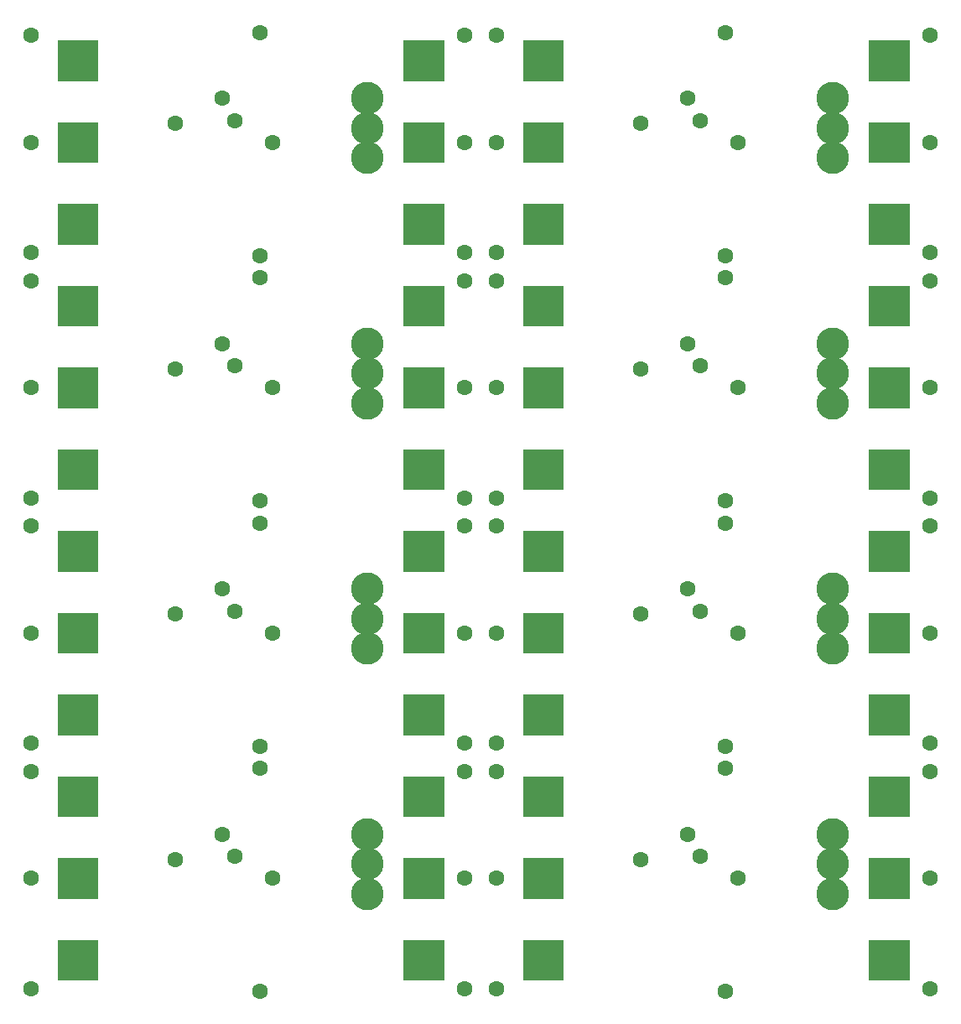
<source format=gbr>
%FSLAX34Y34*%
%MOMM*%
%LNSOLDERMASK_BOTTOM*%
G71*
G01*
%ADD10C, 3.30*%
%ADD11C, 1.60*%
%LPD*%
G36*
X39850Y807875D02*
X80850Y807875D01*
X80850Y766875D01*
X39850Y766875D01*
X39850Y807875D01*
G37*
G36*
X39850Y972975D02*
X80850Y972975D01*
X80850Y931975D01*
X39850Y931975D01*
X39850Y972975D01*
G37*
G36*
X39850Y890425D02*
X80850Y890425D01*
X80850Y849425D01*
X39850Y849425D01*
X39850Y890425D01*
G37*
G36*
X389100Y807875D02*
X430100Y807875D01*
X430100Y766875D01*
X389100Y766875D01*
X389100Y807875D01*
G37*
G36*
X389100Y890425D02*
X430100Y890425D01*
X430100Y849425D01*
X389100Y849425D01*
X389100Y890425D01*
G37*
G36*
X389100Y972975D02*
X430100Y972975D01*
X430100Y931975D01*
X389100Y931975D01*
X389100Y972975D01*
G37*
X352450Y914375D02*
G54D10*
D03*
X352450Y884375D02*
G54D10*
D03*
X352450Y854375D02*
G54D10*
D03*
X206400Y914375D02*
G54D11*
D03*
X158775Y888975D02*
G54D11*
D03*
X12725Y977875D02*
G54D11*
D03*
X12725Y758800D02*
G54D11*
D03*
X12725Y869925D02*
G54D11*
D03*
X450875Y869925D02*
G54D11*
D03*
X450875Y977875D02*
G54D11*
D03*
X450875Y758800D02*
G54D11*
D03*
X219100Y892150D02*
G54D11*
D03*
X257200Y869925D02*
G54D11*
D03*
X244500Y981050D02*
G54D11*
D03*
X244500Y755625D02*
G54D11*
D03*
G36*
X39850Y560225D02*
X80850Y560225D01*
X80850Y519225D01*
X39850Y519225D01*
X39850Y560225D01*
G37*
G36*
X39850Y725325D02*
X80850Y725325D01*
X80850Y684325D01*
X39850Y684325D01*
X39850Y725325D01*
G37*
G36*
X39850Y642775D02*
X80850Y642775D01*
X80850Y601775D01*
X39850Y601775D01*
X39850Y642775D01*
G37*
G36*
X389100Y560225D02*
X430100Y560225D01*
X430100Y519225D01*
X389100Y519225D01*
X389100Y560225D01*
G37*
G36*
X389100Y642775D02*
X430100Y642775D01*
X430100Y601775D01*
X389100Y601775D01*
X389100Y642775D01*
G37*
G36*
X389100Y725325D02*
X430100Y725325D01*
X430100Y684325D01*
X389100Y684325D01*
X389100Y725325D01*
G37*
X352450Y666725D02*
G54D10*
D03*
X352450Y636725D02*
G54D10*
D03*
X352450Y606725D02*
G54D10*
D03*
X206400Y666725D02*
G54D11*
D03*
X158775Y641325D02*
G54D11*
D03*
X12725Y730225D02*
G54D11*
D03*
X12725Y511150D02*
G54D11*
D03*
X12725Y622275D02*
G54D11*
D03*
X450875Y622275D02*
G54D11*
D03*
X450875Y730225D02*
G54D11*
D03*
X450875Y511150D02*
G54D11*
D03*
X219100Y644500D02*
G54D11*
D03*
X257200Y622275D02*
G54D11*
D03*
X244500Y733400D02*
G54D11*
D03*
X244500Y507975D02*
G54D11*
D03*
G36*
X39850Y312575D02*
X80850Y312575D01*
X80850Y271575D01*
X39850Y271575D01*
X39850Y312575D01*
G37*
G36*
X39850Y477675D02*
X80850Y477675D01*
X80850Y436675D01*
X39850Y436675D01*
X39850Y477675D01*
G37*
G36*
X39850Y395125D02*
X80850Y395125D01*
X80850Y354125D01*
X39850Y354125D01*
X39850Y395125D01*
G37*
G36*
X389100Y312575D02*
X430100Y312575D01*
X430100Y271575D01*
X389100Y271575D01*
X389100Y312575D01*
G37*
G36*
X389100Y395125D02*
X430100Y395125D01*
X430100Y354125D01*
X389100Y354125D01*
X389100Y395125D01*
G37*
G36*
X389100Y477675D02*
X430100Y477675D01*
X430100Y436675D01*
X389100Y436675D01*
X389100Y477675D01*
G37*
X352450Y419075D02*
G54D10*
D03*
X352450Y389075D02*
G54D10*
D03*
X352450Y359075D02*
G54D10*
D03*
X206400Y419075D02*
G54D11*
D03*
X158775Y393675D02*
G54D11*
D03*
X12725Y482575D02*
G54D11*
D03*
X12725Y263500D02*
G54D11*
D03*
X12725Y374625D02*
G54D11*
D03*
X450875Y374625D02*
G54D11*
D03*
X450875Y482575D02*
G54D11*
D03*
X450875Y263500D02*
G54D11*
D03*
X219100Y396850D02*
G54D11*
D03*
X257200Y374625D02*
G54D11*
D03*
X244500Y485750D02*
G54D11*
D03*
X244500Y260325D02*
G54D11*
D03*
G36*
X39850Y64925D02*
X80850Y64925D01*
X80850Y23925D01*
X39850Y23925D01*
X39850Y64925D01*
G37*
G36*
X39850Y230025D02*
X80850Y230025D01*
X80850Y189025D01*
X39850Y189025D01*
X39850Y230025D01*
G37*
G36*
X39850Y147475D02*
X80850Y147475D01*
X80850Y106475D01*
X39850Y106475D01*
X39850Y147475D01*
G37*
G36*
X389100Y64925D02*
X430100Y64925D01*
X430100Y23925D01*
X389100Y23925D01*
X389100Y64925D01*
G37*
G36*
X389100Y147475D02*
X430100Y147475D01*
X430100Y106475D01*
X389100Y106475D01*
X389100Y147475D01*
G37*
G36*
X389100Y230025D02*
X430100Y230025D01*
X430100Y189025D01*
X389100Y189025D01*
X389100Y230025D01*
G37*
X352450Y171425D02*
G54D10*
D03*
X352450Y141425D02*
G54D10*
D03*
X352450Y111425D02*
G54D10*
D03*
X206400Y171425D02*
G54D11*
D03*
X158775Y146025D02*
G54D11*
D03*
X12725Y234925D02*
G54D11*
D03*
X12725Y15850D02*
G54D11*
D03*
X12725Y126975D02*
G54D11*
D03*
X450875Y126975D02*
G54D11*
D03*
X450875Y234925D02*
G54D11*
D03*
X450875Y15850D02*
G54D11*
D03*
X219100Y149200D02*
G54D11*
D03*
X257200Y126975D02*
G54D11*
D03*
X244500Y238100D02*
G54D11*
D03*
X244500Y12675D02*
G54D11*
D03*
G36*
X509750Y807875D02*
X550750Y807875D01*
X550750Y766875D01*
X509750Y766875D01*
X509750Y807875D01*
G37*
G36*
X509750Y972975D02*
X550750Y972975D01*
X550750Y931975D01*
X509750Y931975D01*
X509750Y972975D01*
G37*
G36*
X509750Y890425D02*
X550750Y890425D01*
X550750Y849425D01*
X509750Y849425D01*
X509750Y890425D01*
G37*
G36*
X859000Y807875D02*
X900000Y807875D01*
X900000Y766875D01*
X859000Y766875D01*
X859000Y807875D01*
G37*
G36*
X859000Y890425D02*
X900000Y890425D01*
X900000Y849425D01*
X859000Y849425D01*
X859000Y890425D01*
G37*
G36*
X859000Y972975D02*
X900000Y972975D01*
X900000Y931975D01*
X859000Y931975D01*
X859000Y972975D01*
G37*
X822350Y914375D02*
G54D10*
D03*
X822350Y884375D02*
G54D10*
D03*
X822350Y854375D02*
G54D10*
D03*
X676300Y914375D02*
G54D11*
D03*
X628675Y888975D02*
G54D11*
D03*
X482625Y977875D02*
G54D11*
D03*
X482625Y758800D02*
G54D11*
D03*
X482625Y869925D02*
G54D11*
D03*
X920775Y869925D02*
G54D11*
D03*
X920775Y977875D02*
G54D11*
D03*
X920775Y758800D02*
G54D11*
D03*
X689000Y892150D02*
G54D11*
D03*
X727100Y869925D02*
G54D11*
D03*
X714400Y981050D02*
G54D11*
D03*
X714400Y755625D02*
G54D11*
D03*
G36*
X509750Y560225D02*
X550750Y560225D01*
X550750Y519225D01*
X509750Y519225D01*
X509750Y560225D01*
G37*
G36*
X509750Y725325D02*
X550750Y725325D01*
X550750Y684325D01*
X509750Y684325D01*
X509750Y725325D01*
G37*
G36*
X509750Y642775D02*
X550750Y642775D01*
X550750Y601775D01*
X509750Y601775D01*
X509750Y642775D01*
G37*
G36*
X859000Y560225D02*
X900000Y560225D01*
X900000Y519225D01*
X859000Y519225D01*
X859000Y560225D01*
G37*
G36*
X859000Y642775D02*
X900000Y642775D01*
X900000Y601775D01*
X859000Y601775D01*
X859000Y642775D01*
G37*
G36*
X859000Y725325D02*
X900000Y725325D01*
X900000Y684325D01*
X859000Y684325D01*
X859000Y725325D01*
G37*
X822350Y666725D02*
G54D10*
D03*
X822350Y636725D02*
G54D10*
D03*
X822350Y606725D02*
G54D10*
D03*
X676300Y666725D02*
G54D11*
D03*
X628675Y641325D02*
G54D11*
D03*
X482625Y730225D02*
G54D11*
D03*
X482625Y511150D02*
G54D11*
D03*
X482625Y622275D02*
G54D11*
D03*
X920775Y622275D02*
G54D11*
D03*
X920775Y730225D02*
G54D11*
D03*
X920775Y511150D02*
G54D11*
D03*
X689000Y644500D02*
G54D11*
D03*
X727100Y622275D02*
G54D11*
D03*
X714400Y733400D02*
G54D11*
D03*
X714400Y507975D02*
G54D11*
D03*
G36*
X509750Y312575D02*
X550750Y312575D01*
X550750Y271575D01*
X509750Y271575D01*
X509750Y312575D01*
G37*
G36*
X509750Y477675D02*
X550750Y477675D01*
X550750Y436675D01*
X509750Y436675D01*
X509750Y477675D01*
G37*
G36*
X509750Y395125D02*
X550750Y395125D01*
X550750Y354125D01*
X509750Y354125D01*
X509750Y395125D01*
G37*
G36*
X859000Y312575D02*
X900000Y312575D01*
X900000Y271575D01*
X859000Y271575D01*
X859000Y312575D01*
G37*
G36*
X859000Y395125D02*
X900000Y395125D01*
X900000Y354125D01*
X859000Y354125D01*
X859000Y395125D01*
G37*
G36*
X859000Y477675D02*
X900000Y477675D01*
X900000Y436675D01*
X859000Y436675D01*
X859000Y477675D01*
G37*
X822350Y419075D02*
G54D10*
D03*
X822350Y389075D02*
G54D10*
D03*
X822350Y359075D02*
G54D10*
D03*
X676300Y419075D02*
G54D11*
D03*
X628675Y393675D02*
G54D11*
D03*
X482625Y482575D02*
G54D11*
D03*
X482625Y263500D02*
G54D11*
D03*
X482625Y374625D02*
G54D11*
D03*
X920775Y374625D02*
G54D11*
D03*
X920775Y482575D02*
G54D11*
D03*
X920775Y263500D02*
G54D11*
D03*
X689000Y396850D02*
G54D11*
D03*
X727100Y374625D02*
G54D11*
D03*
X714400Y485750D02*
G54D11*
D03*
X714400Y260325D02*
G54D11*
D03*
G36*
X509750Y64925D02*
X550750Y64925D01*
X550750Y23925D01*
X509750Y23925D01*
X509750Y64925D01*
G37*
G36*
X509750Y230025D02*
X550750Y230025D01*
X550750Y189025D01*
X509750Y189025D01*
X509750Y230025D01*
G37*
G36*
X509750Y147475D02*
X550750Y147475D01*
X550750Y106475D01*
X509750Y106475D01*
X509750Y147475D01*
G37*
G36*
X859000Y64925D02*
X900000Y64925D01*
X900000Y23925D01*
X859000Y23925D01*
X859000Y64925D01*
G37*
G36*
X859000Y147475D02*
X900000Y147475D01*
X900000Y106475D01*
X859000Y106475D01*
X859000Y147475D01*
G37*
G36*
X859000Y230025D02*
X900000Y230025D01*
X900000Y189025D01*
X859000Y189025D01*
X859000Y230025D01*
G37*
X822350Y171425D02*
G54D10*
D03*
X822350Y141425D02*
G54D10*
D03*
X822350Y111425D02*
G54D10*
D03*
X676300Y171425D02*
G54D11*
D03*
X628675Y146025D02*
G54D11*
D03*
X482625Y234925D02*
G54D11*
D03*
X482625Y15850D02*
G54D11*
D03*
X482625Y126975D02*
G54D11*
D03*
X920775Y126975D02*
G54D11*
D03*
X920775Y234925D02*
G54D11*
D03*
X920775Y15850D02*
G54D11*
D03*
X689000Y149200D02*
G54D11*
D03*
X727100Y126975D02*
G54D11*
D03*
X714400Y238100D02*
G54D11*
D03*
X714400Y12675D02*
G54D11*
D03*
M02*

</source>
